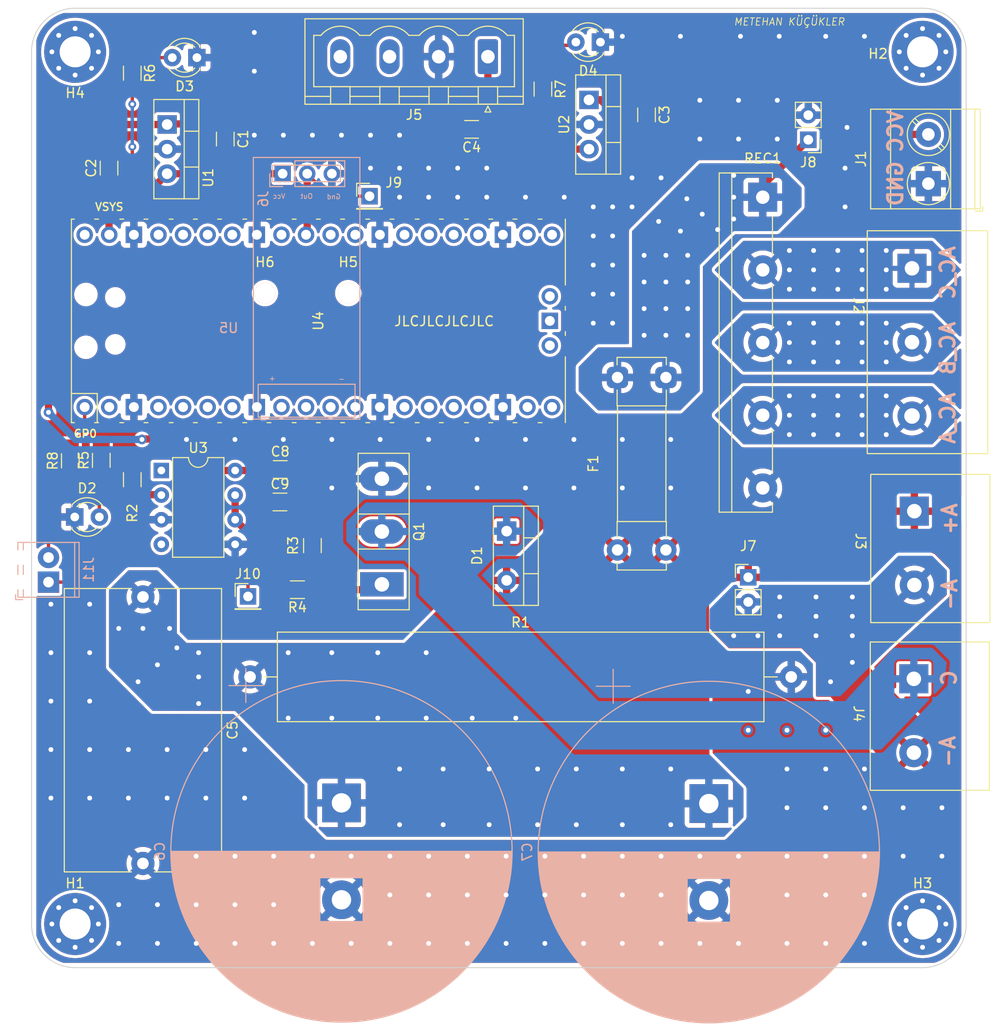
<source format=kicad_pcb>
(kicad_pcb (version 20211014) (generator pcbnew)
  (layers (0 "F.Cu" signal) (31 "B.Cu" signal) (34 "B.Paste" user) (35 "F.Paste" user) (36 "B.SilkS" user "B.Silkscreen") (37 "F.SilkS" user "F.Silkscreen") (38 "B.Mask" user) (39 "F.Mask" user) (44 "Edge.Cuts" user))
  (net 0 "")
  (net 1 "VCC")
  (net 2 "A+")
  (net 3 "REC_-")
  (net 4 "+12V")
  (net 5 "+5V")
  (net 6 "AC_c")
  (net 7 "AC_b")
  (net 8 "AC_a")
  (net 9 "A-")
  (net 10 "CSENSE")
  (net 11 "GATE")
  (net 12 "PWM")
  (net 15 "C")
  (net 16 "REC_+")
  (net 19 "Net-(R2-Pad2)")
  (net 20 "Net-(R3-Pad1)")
  (net 53 "Net-(D2-Pad2)")
  (net 54 "Net-(D3-Pad2)")
  (net 55 "Net-(D4-Pad2)")
  (net 56 "GPIO_0")
  (footprint "LED_THT:LED_D3.0mm" (layer "F.Cu") (at 122.46 100)
    (fp_text reference "D2")
    (fp_text value "LED")
  )
  (footprint "MountingHole:MountingHole_3.2mm_M3_Pad_Via" (layer "F.Cu") (at 122.5 142)
    (fp_text reference "H1")
    (fp_text value "MountingHole")
  )
  (footprint "Resistor_SMD:R_1206_3216Metric_Pad1.30x1.75mm_HandSolder" (layer "F.Cu") (at 147 102.949999 -90)
    (fp_text reference "R3")
    (fp_text value "22R")
  )
  (footprint "Resistor_SMD:R_1206_3216Metric_Pad1.30x1.75mm_HandSolder" (layer "F.Cu") (at 128.4 54.2 -90)
    (fp_text reference "R6")
    (fp_text value "220R")
  )
  (footprint "Connector_PinHeader_2.54mm:PinHeader_1x02_P2.54mm_Vertical" (layer "F.Cu") (at 198.2 61.075 180)
    (fp_text reference "J8")
    (fp_text value "DEBUG_REC")
  )
  (footprint "Connector_PinHeader_2.54mm:PinHeader_1x02_P2.54mm_Vertical" (layer "F.Cu") (at 192 106.225)
    (fp_text reference "J7")
    (fp_text value "DEBUG_OUT")
  )
  (footprint "Resistor_SMD:R_1206_3216Metric_Pad1.30x1.75mm_HandSolder" (layer "F.Cu") (at 145.45 107.5 180)
    (fp_text reference "R4")
    (fp_text value "10kR")
  )
  (footprint "Resistor_SMD:R_1206_3216Metric_Pad1.30x1.75mm_HandSolder" (layer "F.Cu") (at 128.4 96.15 -90)
    (fp_text reference "R2")
    (fp_text value "220R")
  )
  (footprint "Capacitor_SMD:C_1206_3216Metric_Pad1.33x1.80mm_HandSolder" (layer "F.Cu") (at 138 61 -90)
    (fp_text reference "C1")
    (fp_text value "0.33uF")
  )
  (footprint "LED_THT:LED_D3.0mm" (layer "F.Cu") (at 135.075 52.6 180)
    (fp_text reference "D3")
    (fp_text value "LED")
  )
  (footprint "MountingHole:MountingHole_3.2mm_M3_Pad_Via" (layer "F.Cu") (at 210 142)
    (fp_text reference "H3")
    (fp_text value "MountingHole")
  )
  (footprint "Capacitor_THT:C_Rect_L29.0mm_W16.0mm_P27.50mm_MKT" (layer "F.Cu") (at 129.5 108.25 -90)
    (fp_text reference "C5")
    (fp_text value "10uF")
  )
  (footprint "CUSTOM_FOOTPRINTS:P7.62mm_ScrewTerminal_01x03" (layer "F.Cu") (at 208.91 74.34 -90)
    (fp_text reference "J2")
    (fp_text value "3PH_IN")
  )
  (footprint "Fuse:Fuseholder_Clip-5x20mm_Bel_FC-203-22_Lateral_P17.80x5.00mm_D1.17mm_Horizontal" (layer "F.Cu") (at 183.5 85.6 -90)
    (fp_text reference "F1")
    (fp_text value "Fuse")
  )
  (footprint "Package_TO_SOT_THT:TO-220-3_Vertical" (layer "F.Cu") (at 175.555 56.96 -90)
    (fp_text reference "U2")
    (fp_text value "LM7812_TO220")
  )
  (footprint "MountingHole:MountingHole_2.1mm" (layer "F.Cu") (at 142.1 76.9)
    (fp_text reference "H6")
    (fp_text value "MountingHole")
  )
  (footprint "Resistor_SMD:R_1206_3216Metric_Pad1.30x1.75mm_HandSolder" (layer "F.Cu") (at 125.2 94.15 90)
    (fp_text reference "R5")
    (fp_text value "100R")
  )
  (footprint "Resistor_SMD:R_1206_3216Metric_Pad1.30x1.75mm_HandSolder" (layer "F.Cu") (at 170.8 55.849999 -90)
    (fp_text reference "R7")
    (fp_text value "1kR")
  )
  (footprint "LED_THT:LED_D3.0mm" (layer "F.Cu") (at 176.74 51 180)
    (fp_text reference "D4")
    (fp_text value "LED")
  )
  (footprint "Connector_Phoenix_MSTB:PhoenixContact_MSTBVA_2,5_4-G-5,08_1x04_P5.08mm_Vertical" (layer "F.Cu") (at 165.12 52.5 180)
    (fp_text reference "J5")
    (fp_text value "FAN")
  )
  (footprint "CUSTOM_FOOTPRINTS:P7.62mm_ScrewTerminal_01x02" (layer "F.Cu") (at 209.15 99.4 -90)
    (fp_text reference "J3")
    (fp_text value "OUT")
  )
  (footprint "Capacitor_SMD:C_1206_3216Metric" (layer "F.Cu") (at 143.65 98.45)
    (fp_text reference "C9")
    (fp_text value "0.1uF")
  )
  (footprint "Resistor_THT:R_Axial_Power_L50.0mm_W9.0mm_P55.88mm" (layer "F.Cu") (at 140.56 116.5)
    (fp_text reference "R1")
    (fp_text value "6.8kR")
  )
  (footprint "CUSTOM_FOOTPRINTS:RPi_Pico_SMD_TH" (layer "F.Cu") (at 147.615001 79.765 90)
    (fp_text reference "U4")
    (fp_text value "Pico")
  )
  (footprint "Capacitor_SMD:C_1206_3216Metric_Pad1.33x1.80mm_HandSolder" (layer "F.Cu") (at 181.5 58.5 -90)
    (fp_text reference "C3")
    (fp_text value "0.33uF")
  )
  (footprint "Connector_PinHeader_2.54mm:PinHeader_1x01_P2.54mm_Vertical" (layer "F.Cu") (at 152.9 66.9)
    (fp_text reference "J9")
    (fp_text value "Conn_01x01")
  )
  (footprint "Capacitor_SMD:C_1206_3216Metric_Pad1.33x1.80mm_HandSolder" (layer "F.Cu") (at 163.4375 60 180)
    (fp_text reference "C4")
    (fp_text value "0.1uF")
  )
  (footprint "CUSTOM_FOOTPRINTS:P7.62mm_ScrewTerminal_01x02" (layer "F.Cu") (at 209.1 116.7 -90)
    (fp_text reference "J4")
    (fp_text value "CURRENT_MEASURE")
  )
  (footprint "Capacitor_SMD:C_1206_3216Metric" (layer "F.Cu") (at 143.675 95.1)
    (fp_text reference "C8")
    (fp_text value "0.01uF")
  )
  (footprint "Package_DIP:DIP-8_W7.62mm" (layer "F.Cu") (at 131.4 95.2)
    (fp_text reference "U3")
    (fp_text value "HCPL-3120")
  )
  (footprint "Package_TO_SOT_THT:TO-247-3_Vertical" (layer "F.Cu") (at 154.17 106.95 90)
    (fp_text reference "Q1")
    (fp_text value "IRG4PF50W")
  )
  (footprint "Package_TO_SOT_THT:TO-220-3_Vertical" (layer "F.Cu") (at 132 59.5 -90)
    (fp_text reference "U1")
    (fp_text value "LM7805_TO220")
  )
  (footprint "Package_TO_SOT_THT:TO-220-2_Vertical" (layer "F.Cu") (at 167.055 101.46 -90)
    (fp_text reference "D1")
    (fp_text value "DIODE")
  )
  (footprint "TerminalBlock_Phoenix:TerminalBlock_Phoenix_MKDS-3-2-5.08_1x02_P5.08mm_Horizontal" (layer "F.Cu") (at 210.6 65.6 90)
    (fp_text reference "J1")
    (fp_text value "DC_IN")
  )
  (footprint "Capacitor_SMD:C_1206_3216Metric_Pad1.33x1.80mm_HandSolder" (layer "F.Cu") (at 126 64 90)
    (fp_text reference "C2")
    (fp_text value "0.1uF")
  )
  (footprint "MountingHole:MountingHole_3.2mm_M3_Pad_Via" (layer "F.Cu") (at 122.5 52)
    (fp_text reference "H4")
    (fp_text value "MountingHole")
  )
  (footprint "MountingHole:MountingHole_3.2mm_M3_Pad_Via" (layer "F.Cu") (at 210 52)
    (fp_text reference "H2")
    (fp_text value "MountingHole")
  )
  (footprint "Diode_THT:Diode_Bridge_IXYS_GUFP" (layer "F.Cu") (at 193.5 67)
    (fp_text reference "REC1")
    (fp_text value "GUO40-12NO1")
  )
  (footprint "MountingHole:MountingHole_2.1mm" (layer "F.Cu") (at 150.7 76.9)
    (fp_text reference "H5")
    (fp_text value "MountingHole")
  )
  (footprint "Connector_PinHeader_2.54mm:PinHeader_1x01_P2.54mm_Vertical" (layer "F.Cu") (at 140.35 108.2)
    (fp_text reference "J10")
    (fp_text value "Conn_01x01")
  )
  (footprint "Resistor_SMD:R_1206_3216Metric_Pad1.30x1.75mm_HandSolder" (layer "F.Cu") (at 122 94.2 90)
    (fp_text reference "R8")
    (fp_text value "10kR")
  )
  (footprint "Connector_PinSocket_2.54mm:PinSocket_1x03_P2.54mm_Vertical" (layer "B.Cu") (at 143.925 64.575 -90)
    (fp_text reference "J6")
    (fp_text value "CURRENT_SENSOR")
  )
  (footprint "TerminalBlock_Phoenix:TerminalBlock_Phoenix_MPT-0,5-2-2.54_1x02_P2.54mm_Horizontal" (layer "B.Cu") (at 119.75 106.720001 90)
    (fp_text reference "J11")
    (fp_text value "SWITCH")
  )
  (footprint "CUSTOM_FOOTPRINTS:CP_Radial_D35.0mm_H50.0mm_P10.00mm_SnapIn" (layer "B.Cu") (at 150 129.5 -90)
    (fp_text reference "C6")
    (fp_text value "470uF")
  )
  (footprint "CUSTOM_FOOTPRINTS:CP_Radial_D35.0mm_H50.0mm_P10.00mm_SnapIn" (layer "B.Cu") (at 187.930499 129.569501 -90)
    (fp_text reference "C7")
    (fp_text value "470uF")
  )
  (footprint "CUSTOM_FOOTPRINTS:Current_sensor" (layer "B.Cu") (at 144.6 81 180)
    (fp_text reference "U5")
    (fp_text value "ACS712_Board")
  )
  (gr_line (start 122.5 146.5) (end 210 146.5) (layer "Edge.Cuts") (width 0.1))
  (gr_line (start 118 52) (end 118 142) (layer "Edge.Cuts") (width 0.1))
  (gr_arc (start 210 47.5) (mid 213.181981 48.818019) (end 214.5 52) (layer "Edge.Cuts") (width 0.1))
  (gr_line (start 214.5 142) (end 214.5 52) (layer "Edge.Cuts") (width 0.1))
  (gr_arc (start 214.5 142) (mid 213.181981 145.181981) (end 210 146.5) (layer "Edge.Cuts") (width 0.1))
  (gr_arc (start 118 52) (mid 119.318019 48.818019) (end 122.5 47.5) (layer "Edge.Cuts") (width 0.1))
  (gr_line (start 122.5 47.5) (end 210 47.5) (layer "Edge.Cuts") (width 0.1))
  (gr_arc (start 122.5 146.5) (mid 119.318019 145.181981) (end 118 142) (layer "Edge.Cuts") (width 0.1))
  (gr_text "A-" (at 212.6 124.2 90) (layer "B.SilkS") (effects (font (size 1.5 1.5) (thickness 0.3)) (justify mirror)))
  (gr_text "A-" (at 212.8 108 90) (layer "B.SilkS") (effects (font (size 1.5 1.5) (thickness 0.3)) (justify mirror)))
  (gr_text "AC_B" (at 212.6 82.6 90) (layer "B.SilkS") (effects (font (size 1.5 1.5) (thickness 0.3)) (justify mirror)))
  (gr_text "A+" (at 212.8 100.2 90) (layer "B.SilkS") (effects (font (size 1.5 1.5) (thickness 0.3)) (justify mirror)))
  (gr_text "AC_C" (at 212.6 74.8 90) (layer "B.SilkS") (effects (font (size 1.5 1.5) (thickness 0.3)) (justify mirror)))
  (gr_text "AC_A" (at 212.6 89.8 90) (layer "B.SilkS") (effects (font (size 1.5 1.5) (thickness 0.3)) (justify mirror)))
  (gr_text "GND" (at 207.2 65.6 90) (layer "B.SilkS") (effects (font (size 1.5 1.5) (thickness 0.3)) (justify mirror)))
  (gr_text "VCC" (at 207.2 60.199999 90) (layer "B.SilkS") (effects (font (size 1.5 1.5) (thickness 0.3)) (justify mirror)))
  (gr_text "C" (at 212.6 116.6 270) (layer "B.SilkS") (effects (font (size 1.5 1.5) (thickness 0.3))))
  (gr_text "METEHAN KÜÇÜKLER" (at 196.25 48.9) (layer "F.SilkS") (effects (font (size 0.75 0.75) (thickness 0.09) italic)))
  (gr_text "JLCJLCJLCJLC" (at 160.6 79.8) (layer "F.SilkS") (effects (font (size 1 1))))
  (segment (start 157.75 58.65) (end 157.75 58.55) (width 0.75) (layer "F.Cu") (net 1))
  (segment (start 139.02 95.2) (end 135.603352 95.2) (width 0.75) (layer "F.Cu") (net 1))
  (segment (start 142.2 95.1) (end 142.2 98.425) (width 0.75) (layer "F.Cu") (net 1))
  (segment (start 175.555 56.96) (end 176.76 56.96) (width 0.75) (layer "F.Cu") (net 1))
  (segment (start 176.76 56.96) (end 178.45 58.65) (width 0.75) (layer "F.Cu") (net 1))
  (segment (start 175.555 56.96) (end 181.4775 56.96) (width 0.75) (layer "F.Cu") (net 1))
  (segment (start 178.45 63.7) (end 177.35 64.8) (width 0.75) (layer "F.Cu") (net 1))
  (segment (start 183.0625 56.9375) (end 181.5 56.9375) (width 0.75) (layer "F.Cu") (net 1))
  (segment (start 142.2 98.425) (end 142.175 98.45) (width 0.75) (layer "F.Cu") (net 1))
  (segment (start 157.75 58.55) (end 138.8875 58.55) (width 0.75) (layer "F.Cu") (net 1))
  (segment (start 208.52 60.52) (end 200.6 52.6) (width 0.75) (layer "F.Cu") (net 1))
  (segment (start 119.75 62.6) (end 122.85 59.5) (width 0.75) (layer "F.Cu") (net 1))
  (segment (start 138.8875 58.55) (end 138 59.4375) (width 0.75) (layer "F.Cu") (net 1))
  (segment (start 178.45 58.65) (end 178.45 63.7) (width 0.75) (layer "F.Cu") (net 1))
  (segment (start 132.05 91.95) (end 129.45 91.95) (width 0.75) (layer "F.Cu") (net 1))
  (segment (start 122.85 59.5) (end 132 59.5) (width 0.75) (layer "F.Cu") (net 1))
  (segment (start 177.35 64.8) (end 169.8 64.8) (width 0.75) (layer "F.Cu") (net 1))
  (segment (start 181.4775 56.96) (end 181.5 56.9375) (width 0.75) (layer "F.Cu") (net 1))
  (segment (start 138 59.4375) (end 132.0625 59.4375) (width 0.75) (layer "F.Cu") (net 1))
  (segment (start 161.25 62.15) (end 157.75 58.65) (width 0.75) (layer "F.Cu") (net 1))
  (segment (start 167.15 62.15) (end 161.25 62.15) (width 0.75) (layer "F.Cu") (net 1))
  (segment (start 129.45 91.95) (end 129.4 92) (width 0.75) (layer "F.Cu") (net 1))
  (segment (start 169.8 64.8) (end 167.15 62.15) (width 0.75) (layer "F.Cu") (net 1))
  (segment (start 200.6 52.6) (end 187.4 52.6) (width 0.75) (layer "F.Cu") (net 1))
  (segment (start 139.02 95.2) (end 142.1 95.2) (width 0.75) (layer "F.Cu") (net 1))
  (segment (start 132.0625 59.4375) (end 132 59.5) (width 0.75) (layer "F.Cu") (net 1))
  (segment (start 187.4 52.6) (end 183.0625 56.9375) (width 0.75) (layer "F.Cu") (net 1))
  (segment (start 135.603352 95.2) (end 132.353352 91.95) (width 0.75) (layer "F.Cu") (net 1))
  (segment (start 132.353352 91.95) (end 132.05 91.95) (width 0.75) (layer "F.Cu") (net 1))
  (segment (start 210.6 60.52) (end 208.52 60.52) (width 0.75) (layer "F.Cu") (net 1))
  (segment (start 119.75 89.2) (end 119.75 62.6) (width 0.75) (layer "F.Cu") (net 1))
  (segment (start 142.1 95.2) (end 142.2 95.1) (width 0.75) (layer "F.Cu") (net 1))
  (via (at 119.75 89.2) (size 1) (drill 0.5) (layers "F.Cu" "B.Cu") (net 1))
  (via (at 129.4 92) (size 1) (drill 0.5) (layers "F.Cu" "B.Cu") (net 1))
  (segment (start 122.55 92) (end 119.75 89.2) (width 0.75) (layer "B.Cu") (net 1))
  (segment (start 129.4 92) (end 122.55 92) (width 0.75) (layer "B.Cu") (net 1))
  (via (at 158.75 120.75) (size 1) (drill 0.5) (layers "F.Cu" "B.Cu") (net 2))
  (via (at 144.5 114) (size 1) (drill 0.5) (layers "F.Cu" "B.Cu") (net 2))
  (via (at 170.25 131.75) (size 1) (drill 0.5) (layers "F.Cu" "B.Cu") (net 2))
  (via (at 179 131.75) (size 1) (drill 0.5) (layers "F.Cu" "B.Cu") (net 2))
  (via (at 163.5 120.75) (size 1) (drill 0.5) (layers "F.Cu" "B.Cu") (net 2))
  (via (at 174.25 126) (size 1) (drill 0.5) (layers "F.Cu" "B.Cu") (net 2))
  (via (at 184 131.75) (size 1) (drill 0.5) (layers "F.Cu" "B.Cu") (net 2))
  (via (at 165.25 131.75) (size 1) (drill 0.5) (layers "F.Cu" "B.Cu") (net 2))
  (via (at 184 126) (size 1) (drill 0.5) (layers "F.Cu" "B.Cu") (net 2))
  (via (at 131 115.25) (size 1) (drill 0.5) (layers "F.Cu" "B.Cu") (net 2))
  (via (at 153.75 120.75) (size 1) (drill 0.5) (layers "F.Cu" "B.Cu") (net 2))
  (via (at 133 113.5) (size 1) (drill 0.5) (layers "F.Cu" "B.Cu") (net 2))
  (via (at 156 126) (size 1) (drill 0.5) (layers "F.Cu" "B.Cu") (net 2))
  (via (at 174.25 131.75) (size 1) (drill 0.5) (layers "F.Cu" "B.Cu") (net 2))
  (via (at 179 126) (size 1) (drill 0.5) (layers "F.Cu" "B.Cu") (net 2))
  (via (at 170.25 126) (size 1) (drill 0.5) (layers "F.Cu" "B.Cu") (net 2))
  (via (at 168 120.75) (size 1) (drill 0.5) (layers "F.Cu" "B.Cu") (net 2))
  (via (at 127 111.5) (size 1) (drill 0.5) (layers "F.Cu" "B.Cu") (net 2))
  (via (at 160.5 131.75) (size 1) (drill 0.5) (layers "F.Cu" "B.Cu") (net 2))
  (via (at 149 114) (size 1) (drill 0.5) (layers "F.Cu" "B.Cu") (net 2))
  (via (at 135.25 114) (size 1) (drill 0.5) (layers "F.Cu" "B.Cu") (net 2))
  (via (at 160.5 126) (size 1) (drill 0.5) (layers "F.Cu" "B.Cu") (net 2))
  (via (at 149 120.75) (size 1) (drill 0.5) (layers "F.Cu" "B.Cu") (net 2))
  (via (at 153.75 114) (size 1) (drill 0.5) (layers "F.Cu" "B.Cu") (net 2))
  (via (at 156 131.75) (size 1) (drill 0.5) (layers "F.Cu" "B.Cu") (net 2))
  (via (at 129 117) (size 1) (drill 0.5) (layers "F.Cu" "B.Cu") (net 2))
  (via (at 132.25 111.5) (size 1) (drill 0.5) (layers "F.Cu" "B.Cu") (net 2))
  (via (at 165.25 126) (size 1) (drill 0.5) (layers "F.Cu" "B.Cu") (net 2))
  (via (at 129.5 111.5) (size 1) (drill 0.5) (layers "F.Cu" "B.Cu") (net 2))
  (via (at 158.75 114) (size 1) (drill 0.5) (layers "F.Cu" "B.Cu") (net 2))
  (via (at 144.5 120.75) (size 1) (drill 0.5) (layers "F.Cu" "B.Cu") (net 2))
  (via (at 135.25 119.25) (size 1) (drill 0.5) (layers "F.Cu" "B.Cu") (net 2))
  (via (at 135.25 116.5) (size 1) (drill 0.5) (layers "F.Cu" "B.Cu") (net 2))
  (via (at 167 135) (size 1) (drill 0.5) (layers "F.Cu" "B.Cu") (net 3))
  (via (at 151 135) (size 1) (drill 0.5) (layers "F.Cu" "B.Cu") (net 3))
  (via (at 178 80) (size 1) (drill 0.5) (layers "F.Cu" "B.Cu") (net 3))
  (via (at 156 60.6) (size 1) (drill 0.5) (layers "F.Cu" "B.Cu") (net 3))
  (via (at 178 77) (size 1) (drill 0.5) (layers "F.Cu" "B.Cu") (net 3))
  (via (at 169 97) (size 1) (drill 0.5) (layers "F.Cu" "B.Cu") (net 3))
  (via (at 200 50.4) (size 1) (drill 0.5) (layers "F.Cu" "B.Cu") (net 3))
  (via (at 204 139) (size 1) (drill 0.5) (layers "F.Cu" "B.Cu") (net 3))
  (via (at 180 65) (size 1) (drill 0.5) (layers "F.Cu" "B.Cu") (net 3))
  (via (at 179 135) (size 1) (drill 0.5) (layers "F.Cu" "B.Cu") (net 3))
  (via (at 187 61) (size 1) (drill 0.5) (layers "F.Cu" "B.Cu") (net 3))
  (via (at 127 140) (size 1) (drill 0.5) (layers "F.Cu" "B.Cu") (net 3))
  (via (at 171 139) (size 1) (drill 0.5) (layers "F.Cu" "B.Cu") (net 3))
  (via (at 131 144) (size 1) (drill 0.5) (layers "F.Cu" "B.Cu") (net 3))
  (via (at 144 92) (size 1) (drill 0.5) (layers "F.Cu" "B.Cu") (net 3))
  (via (at 174 92) (size 1) (drill 0.5) (layers "F.Cu" "B.Cu") (net 3))
  (via (at 144 60.6) (size 1) (drill 0.5) (layers "F.Cu" "B.Cu") (net 3))
  (via (at 204 135) (size 1) (drill 0.5) (layers "F.Cu" "B.Cu") (net 3))
  (via (at 151 144) (size 1) (drill 0.5) (layers "F.Cu" "B.Cu") (net 3))
  (via (at 191.2 50.4) (size 1) (drill 0.5) (layers "F.Cu" "B.Cu") (net 3))
  (via (at 149 92) (size 1) (drill 0.5) (layers "F.Cu" "B.Cu") (net 3))
  (via (at 120 109) (size 1) (drill 0.5) (layers "F.Cu" "B.Cu") (net 3))
  (via (at 159 64) (size 1) (drill 0.5) (layers "F.Cu" "B.Cu") (net 3))
  (via (at 139 140) (size 1) (drill 0.5) (layers "F.Cu" "B.Cu") (net 3))
  (via (at 159 135) (size 1) (drill 0.5) (layers "F.Cu" "B.Cu") (net 3))
  (via (at 191 135) (size 1) (drill 0.5) (layers "F.Cu" "B.Cu") (net 3))
  (via (at 184 92) (size 1) (drill 0.5) (layers "F.Cu" "B.Cu") (net 3))
  (via (at 171 135) (size 1) (drill 0.5) (layers "F.Cu" "B.Cu") (net 3))
  (via (at 178 68) (size 1) (drill 0.5) (layers "F.Cu" "B.Cu") (net 3))
  (via (at 162 67) (size 1) (drill 0.5) (layers "F.Cu" "B.Cu") (net 3))
  (via (at 141 54) (size 1) (drill 0.5) (layers "F.Cu" "B.Cu") (net 3))
  (via (at 187 144) (size 1) (drill 0.5) (layers "F.Cu" "B.Cu") (net 3))
  (via (at 167 144) (size 1) (drill 0.5) (layers "F.Cu" "B.Cu") (net 3))
  (via (at 196 135) (size 1) (drill 0.5) (layers "F.Cu" "B.Cu") (net 3))
  (via (at 212 135) (size 1) (drill 0.5) (layers "F.Cu" "B.Cu") (net 3))
  (via (at 128 129) (size 1) (drill 0.5) (layers "F.Cu" "B.Cu") (net 3))
  (via (at 179 50.4) (size 1) (drill 0.5) (layers "F.Cu" "B.Cu") (net 3))
  (via (at 135 140) (size 1) (drill 0.5) (layers "F.Cu" "B.Cu") (net 3))
  (via (at 164 97) (size 1) (drill 0.5) (layers "F.Cu" "B.Cu") (net 3))
  (via (at 204 130) (size 1) (drill 0.5) (layers "F.Cu" "B.Cu") (net 3))
  (via (at 178 74) (size 1) (drill 0.5) (layers "F.Cu" "B.Cu") (net 3))
  (via (at 147 60.6) (size 1) (drill 0.5) (layers "F.Cu" "B.Cu") (net 3))
  (via (at 124 124) (size 1) (drill 0.5) (layers "F.Cu" "B.Cu") (net 3))
  (via (at 128 124) (size 1) (drill 0.5) (layers "F.Cu" "B.Cu") (net 3))
  (via (at 196 130) (size 1) (drill 0.5) (layers "F.Cu" "B.Cu") (net 3))
  (via (at 202.2 59.8) (size 1) (drill 0.5) (layers "F.Cu" "B.Cu") (net 3))
  (via (at 200 144) (size 1) (drill 0.5) (layers "F.Cu" "B.Cu") (net 3))
  (via (at 176 71) (size 1) (drill 0.5) (layers "F.Cu" "B.Cu") (net 3))
  (via (at 202 68) (size 1) (drill 0.5) (layers "F.Cu" "B.Cu") (net 3))
  (via (at 124 129) (size 1) (drill 0.5) (layers "F.Cu" "B.Cu") (net 3))
  (via (at 165 64) (size 1) (drill 0.5) (layers "F.Cu" "B.Cu") (net 3))
  (via (at 132 129) (size 1) (drill 0.5) (layers "F.Cu" "B.Cu") (net 3))
  (via (at 192 118) (size 1) (drill 0.5) (layers "F.Cu" "B.Cu") (net 3))
  (via (at 120 114) (size 1) (drill 0.5) (layers "F.Cu" "B.Cu") (net 3))
  (via (at 195 61) (size 1) (drill 0.5) (layers "F.Cu" "B.Cu") (net 3))
  (via (at 195 57) (size 1) (drill 0.5) (layers "F.Cu" "B.Cu") (net 3))
  (via (at 155 144) (size 1) (drill 0.5) (layers "F.Cu" "B.Cu") (net 3))
  (via (at 176 77) (size 1) (drill 0.5) (layers "F.Cu" "B.Cu") (net 3))
  (via (at 162 64) (size 1) (drill 0.5) (layers "F.Cu" "B.Cu") (net 3))
  (via (at 183 139) (size 1) (drill 0.5) (layers "F.Cu" "B.Cu") (net 3))
  (via (at 176 74) (size 1) (drill 0.5) (layers "F.Cu" "B.Cu") (net 3))
  (via (at 200 135) (size 1) (drill 0.5) (layers "F.Cu" "B.Cu") (net 3))
  (via (at 196 139) (size 1) (drill 0.5) (layers "F.Cu" "B.Cu") (net 3))
  (via (at 154 92) (size 1) (drill 0.5) (layers "F.Cu" "B.Cu") (net 3))
  (via (at 163 144) (size 1) (drill 0.5) (layers "F.Cu" "B.Cu") (net 3))
  (via (at 159 97) (size 1) (drill 0.5) (layers "F.Cu" "B.Cu") (net 3))
  (via (at 178 71) (size 1) (drill 0.5) (layers "F.Cu" "B.Cu") (net 3))
  (via (at 196 126) (size 1) (drill 0.5) (layers "F.Cu" "B.Cu") (net 3))
  (via (at 135 135) (size 1) (drill 0.5) (layers "F.Cu" "B.Cu") (net 3))
  (via (at 164 92) (size 1) (drill 0.5) (layers "F.Cu" "B.Cu") (net 3))
  (via (at 192 122) (size 1) (drill 0.5) (layers "F.Cu" "B.Cu") (net 3))
  (via (at 179 139) (size 1) (drill 0.5) (layers "F.Cu" "B.Cu") (net 3))
  (via (at 179 97) (size 1) (drill 0.5) (layers "F.Cu" "B.Cu") (net 3))
  (via (at 134 92) (size 1) (drill 0.5) (layers "F.Cu" "B.Cu") (net 3))
  (via (at 159 144) (size 1) (drill 0.5) (layers "F.Cu" "B.Cu") (net 3))
  (via (at 150 60.6) (size 1) (drill 0.5) (layers "F.Cu" "B.Cu") (net 3))
  (via (at 200 139) (size 1) (drill 0.5) (layers "F.Cu" "B.Cu") (net 3))
  (via (at 200 130) (size 1) (drill 0.5) (layers "F.Cu" "B.Cu") (net 3))
  (via (at 155 139) (size 1) (drill 0.5) (layers "F.Cu" "B.Cu") (net 3))
  (via (at 176 68) (size 1) (drill 0.5) (layers "F.Cu" "B.Cu") (net 3))
  (via (at 175 144) (size 1) (drill 0.5) (layers "F.Cu" "B.Cu") (net 3))
  (via (at 147 144) (size 1) (drill 0.5) (layers "F.Cu" "B.Cu") (net 3))
  (via (at 202 64) (size 1) (drill 0.5) (layers "F.Cu" "B.Cu") (net 3))
  (via (at 204 126) (size 1) (drill 0.5) (layers "F.Cu" "B.Cu") (net 3))
  (via (at 171 144) (size 1) (drill 0.5) (layers "F.Cu" "B.Cu") (net 3))
  (via (at 156 64) (size 1) (drill 0.5) (layers "F.Cu" "B.Cu") (net 3))
  (via (at 169 67) (size 1) (drill 0.5) (layers "F.Cu" "B.Cu") (net 3))
  (via (at 183 144) (size 1) (drill 0.5) (layers "F.Cu" "B.Cu") (net 3))
  (via (at 141 50) (size 1) (drill 0.5) (layers "F.Cu" "B.Cu") (net 3))
  (via (at 159 92) (size 1) (drill 0.5) (layers "F.Cu" "B.Cu") (net 3))
  (via (at 176 80) (size 1) (drill 0.5) (layers "F.Cu" "B.Cu") (net 3))
  (via (at 159 67) (size 1) (drill 0.5) (layers "F.Cu" "B.Cu") (net 3))
  (via (at 163 139) (size 1) (drill 0.5) (layers "F.Cu" "B.Cu") (net 3))
  (via (at 139 92) (size 1) (drill 0.5) (layers "F.Cu" "B.Cu") (net 3))
  (via (at 163 135) (size 1) (drill 0.5) (layers "F.Cu" "B.Cu") (net 3))
  (via (at 195.2 50.4) (size 1) (drill 0.5) (layers "F.Cu" "B.Cu") (net 3))
  (via (at 153 64) (size 1) (drill 0.5) (layers "F.Cu" "B.Cu") (net 3))
  (via (at 120 129) (size 1) (drill 0.5) (layers "F.Cu" "B.Cu") (net 3))
  (via (at 204 50.4) (size 1) (drill 0.5) (layers "F.Cu" "B.Cu") (net 3))
  (via (at 180 68) (size 1) (drill 0.5) (layers "F.Cu" "B.Cu") (net 3))
  (via (at 127 144) (size 1) (drill 0.5) (layers "F.Cu" "B.Cu") (net 3))
  (via (at 147 135) (size 1) (drill 0.5) (layers "F.Cu" "B.Cu") (net 3))
  (via (at 165 67) (size 1) (drill 0.5) (layers "F.Cu" "B.Cu") (net 3))
  (via (at 139 135) (size 1) (drill 0.5) (layers "F.Cu" "B.Cu") (net 3))
  (via (at 135 144) (size 1) (drill 0.5) (layers "F.Cu" "B.Cu") (net 3))
  (via (at 169 92) (size 1) (drill 0.5) (layers "F.Cu" "B.Cu") (net 3))
  (via (at 143 135) (size 1) (drill 0.5) (layers "F.Cu" "B.Cu") (net 3))
  (via (at 187 57) (size 1) (drill 0.5) (layers "F.Cu" "B.Cu") (net 3))
  (via (at 179 144) (size 1) (drill 0.5) (layers "F.Cu" "B.Cu") (net 3))
  (via (at 191 57) (size 1) (drill 0.5) (layers "F.Cu" "B.Cu") (net 3))
  (via (at 124 114) (size 1) (drill 0.5) (layers "F.Cu" "B.Cu") (net 3))
  (via (at 185 50.4) (size 1) (drill 0.5) (layers "F.Cu" "B.Cu") (net 3))
  (via (at 141 60.6) (size 1) (drill 0.5) (layers "F.Cu" "B.Cu") (net 3))
  (via (at 200 122) (size 1) (drill 0.5) (layers "F.Cu" "B.Cu") (net 3))
  (via (at 196 122) (size 1) (drill 0.5) (layers "F.Cu" "B.Cu") (net 3))
  (via (at 131 140) (size 1) (drill 0.5) (layers "F.Cu" "B.Cu") (net 3))
  (via (at 208 135) (size 1) (drill 0.5) (layers "F.Cu" "B.Cu") (net 3))
  (via (at 173 67) (size 1) (drill 0.5) (layers "F.Cu" "B.Cu") (net 3))
  (via (at 140 129) (size 1) (drill 0.5) (layers "F.Cu" "B.Cu") (net 3))
  (via (at 184 97) (size 1) (drill 0.5) (layers "F.Cu" "B.Cu") (net 3))
  (via (at 208 130) (size 1) (drill 0.5) (layers "F.Cu" "B.Cu") (net 3))
  (via (at 183 65) (size 1) (drill 0.5) (layers "F.Cu" "B.Cu") (net 3))
  (via (at 120 119) (size 1) (drill 0.5) (layers "F.Cu" "B.Cu") (net 3))
  (via (at 120 124) (size 1) (drill 0.5) (layers "F.Cu" "B.Cu") (net 3))
  (via (at 156 67) (size 1) (drill 0.5) (layers "F.Cu" "B.Cu") (net 3))
  (via (at 136 124) (size 1) (drill 0.5) (layers "F.Cu" "B.Cu") (net 3))
  (via (at 149 97) (size 1) (drill 0.5) (layers "F.Cu" "B.Cu") (net 3))
  (via (at 204 144) (size 1) (drill 0.5) (layers "F.Cu" "B.Cu") (net 3))
  (via (at 136 129) (size 1) (drill 0.5) (layers "F.Cu" "B.Cu") (net 3))
  (via (at 175 135) (size 1) (drill 0.5) (layers "F.Cu" "B.Cu") (net 3))
  (via (at 196 144) (size 1) (drill 0.5) (layers "F.Cu" "B.Cu") (net 3))
  (via (at 174 97) (size 1) (drill 0.5) (layers "F.Cu" "B.Cu") (net 3))
  (via (at 143 144) (size 1) (drill 0.5) (layers "F.Cu" "B.Cu") (net 3))
  (via (at 139 144) (size 1) (drill 0.5) (layers "F.Cu" "B.Cu") (net 3))
  (via (at 124 119) (size 1) (drill 0.5) (layers "F.Cu" "B.Cu") (net 3))
  (via (at 183 135) (size 1) (drill 0.5) (layers "F.Cu" "B.Cu") (net 3))
  (via (at 159 139) (size 1) (drill 0.5) (layers "F.Cu" "B.Cu") (net 3))
  (via (at 155 135) (size 1) (drill 0.5) (layers "F.Cu" "B.Cu") (net 3))
  (via (at 212 130) (size 1) (drill 0.5) (layers "F.Cu" "B.Cu") (net 3))
  (via (at 153 60.6) (size 1) (drill 0.5) (layers "F.Cu" "B.Cu") (net 3))
  (via (at 191 144) (size 1) (drill 0.5) (layers "F.Cu" "B.Cu") (net 3))
  (via (at 191 61) (size 1) (drill 0.5) (layers "F.Cu" "B.Cu") (net 3))
  (via (at 132 124) (size 1) (drill 0.5) (layers "F.Cu" "B.Cu") (net 3))
  (via (at 143 140) (size 1) (drill 0.5) (layers "F.Cu" "B.Cu") (net 3))
  (via (at 124 109) (size 1) (drill 0.5) (layers "F.Cu" "B.Cu") (net 3))
  (via (at 175 139) (size 1) (drill 0.5) (layers "F.Cu" "B.Cu") (net 3))
  (via (at 187 135) (size 1) (drill 0.5) (layers "F.Cu" "B.Cu") (net 3))
  (via (at 167 139) (size 1) (drill 0.5) (layers "F.Cu" "B.Cu") (net 3))
  (via (at 140 124) (size 1) (drill 0.5) (layers "F.Cu" "B.Cu") (net 3))
  (via (at 200 126) (size 1) (drill 0.5) (layers "F.Cu" "B.Cu") (net 3))
  (via (at 179 92) (size 1) (drill 0.5) (layers "F.Cu" "B.Cu") (net 3))
  (segment (start 165 60) (end 165.12 59.88) (width 0.75) (layer "F.Cu") (net 4))
  (segment (start 170.35 59.75) (end 165.25 59.75) (width 0.75) (layer "F.Cu") (net 4))
  (segment (start 172.64 62.04) (end 170.35 59.75) (width 0.75) (layer "F.Cu") (net 4))
  (segment (start 165.25 59.75) (end 165 60) (width 0.75) (layer "F.Cu") (net 4))
  (segment (start 170.35 57.849999) (end 170.35 59.75) (width 0.35) (layer "F.Cu") (net 4))
  (segment (start 170.8 57.399999) (end 170.35 57.849999) (width 0.35) (layer "F.Cu") (net 4))
  (segment (start 165.12 59.88) (end 165.12 52.5) (width 0.75) (layer "F.Cu") (net 4))
  (segment (start 175.555 62.04) (end 172.64 62.04) (width 0.75) (layer "F.Cu") (net 4))
  (segment (start 128.4 61.8) (end 128.4 65.525) (width 0.35) (layer "F.Cu") (net 5))
  (segment (start 126 65.5625) (end 128.4375 65.5625) (width 0.75) (layer "F.Cu") (net 5))
  (segment (start 128.4 55.75) (end 128.4 57.4) (width 0.35) (layer "F.Cu") (net 5))
  (segment (start 140.185 64.575) (end 143.925 64.575) (width 0.75) (layer "F.Cu") (net 5))
  (segment (start 131.0175 65.5625) (end 132 64.58) (width 0.75) (layer "F.Cu") (net 5))
  (segment (start 126 65.5625) (end 126 70.849999) (width 0.75) (layer "F.Cu") (net 5))
  (segment (start 128.4375 65.5625) (end 131.0175 65.5625) (width 0.75) (layer "F.Cu") (net 5))
  (segment (start 128.4 65.525) (end 128.4375 65.5625) (width 0.35) (layer "F.Cu") (net 5))
  (segment (start 132 64.58) (end 140.18 64.58) (width 0.75) (layer "F.Cu") (net 5))
  (segment (start 140.18 64.58) (end 140.185 64.575) (width 0.75) (layer "F.Cu") (net 5))
  (segment (start 126 70.849999) (end 126.025001 70.875) (width 0.75) (layer "F.Cu") (net 5))
  (via (at 128.4 61.8) (size 0.8) (drill 0.4) (layers "F.Cu" "B.Cu") (net 5))
  (via (at 128.4 57.4) (size 0.8) (drill 0.4) (layers "F.Cu" "B.Cu") (net 5))
  (segment (start 128.4 57.4) (end 128.4 61.8) (width 0.35) (layer "B.Cu") (net 5))
  (via (at 203.75 74.5) (size 1) (drill 0.5) (layers "F.Cu" "B.Cu") (net 6))
  (via (at 206.25 76.5) (size 1) (drill 0.5) (layers "F.Cu" "B.Cu") (net 6))
  (via (at 203.75 76.5) (size 1) (drill 0.5) (layers "F.Cu" "B.Cu") (net 6))
  (via (at 196.25 74.5) (size 1) (drill 0.5) (layers "F.Cu" "B.Cu") (net 6))
  (via (at 203.75 72.5) (size 1) (drill 0.5) (layers "F.Cu" "B.Cu") (net 6))
  (via (at 198.75 76.5) (size 1) (drill 0.5) (layers "F.Cu" "B.Cu") (net 6))
  (via (at 196.25 76.5) (size 1) (drill 0.5) (layers "F.Cu" "B.Cu") (net 6))
  (via (at 198.75 74.5) (size 1) (drill 0.5) (layers "F.Cu" "B.Cu") (net 6))
  (via (at 206.25 72.5) (size 1) (drill 0.5) (layers "F.Cu" "B.Cu") (net 6))
  (via (at 206.25 74.5) (size 1) (drill 0.5) (layers "F.Cu" "B.Cu") (net 6))
  (via (at 201.25 72.5) (size 1) (drill 0.5) (layers "F.Cu" "B.Cu") (net 6))
  (via (at 201.25 76.5) (size 1) (drill 0.5) (layers "F.Cu" "B.Cu") (net 6))
  (via (at 196.25 72.5) (size 1) (drill 0.5) (layers "F.Cu" "B.Cu") (net 6))
  (via (at 198.75 72.5) (size 1) (drill 0.5) (layers "F.Cu" "B.Cu") (net 6))
  (via (at 201.25 74.5) (size 1) (drill 0.5) (layers "F.Cu" "B.Cu") (net 6))
  (via (at 206.25 84) (size 1) (drill 0.5) (layers "F.Cu" "B.Cu") (net 7))
  (via (at 201.25 82) (size 1) (drill 0.5) (layers "F.Cu" "B.Cu") (net 7))
  (via (at 203.75 80) (size 1) (drill 0.5) (layers "F.Cu" "B.Cu") (net 7))
  (via (at 196.25 82) (size 1) (drill 0.5) (layers "F.Cu" "B.Cu") (net 7))
  (via (at 198.75 82) (size 1) (drill 0.5) (layers "F.Cu" "B.Cu") (net 7))
  (via (at 196.25 80) (size 1) (drill 0.5) (layers "F.Cu" "B.Cu") (net 7))
  (via (at 198.75 84) (size 1) (drill 0.5) (layers "F.Cu" "B.Cu") (net 7))
  (via (at 206.25 82) (size 1) (drill 0.5) (layers "F.Cu" "B.Cu") (net 7))
  (via (at 206.25 80) (size 1) (drill 0.5) (layers "F.Cu" "B.Cu") (net 7))
  (via (at 201.25 84) (size 1) (drill 0.5) (layers "F.Cu" "B.Cu") (net 7))
  (via (at 196.25 84) (size 1) (drill 0.5) (layers "F.Cu" "B.Cu") (net 7))
  (via (at 203.75 82) (size 1) (drill 0.5) (layers "F.Cu" "B.Cu") (net 7))
  (via (at 201.25 80) (size 1) (drill 0.5) (layers "F.Cu" "B.Cu") (net 7))
  (via (at 203.75 84) (size 1) (drill 0.5) (layers "F.Cu" "B.Cu") (net 7))
  (via (at 198.75 80) (size 1) (drill 0.5) (layers "F.Cu" "B.Cu") (net 7))
  (via (at 206.25 89.5) (size 1) (drill 0.5) (layers "F.Cu" "B.Cu") (net 8))
  (via (at 201.25 91.5) (size 1) (drill 0.5) (layers "F.Cu" "B.Cu") (net 8))
  (via (at 203.75 87.5) (size 1) (drill 0.5) (layers "F.Cu" "B.Cu") (net 8))
  (via (at 196.25 91.5) (size 1) (drill 0.5) (layers "F.Cu" "B.Cu") (net 8))
  (via (at 206.25 87.5) (size 1) (drill 0.5) (layers "F.Cu" "B.Cu") (net 8))
  (via (at 198.75 87.5) (size 1) (drill 0.5) (layers "F.Cu" "B.Cu") (net 8))
  (via (at 203.75 91.5) (size 1) (drill 0.5) (layers "F.Cu" "B.Cu") (net 8))
  (via (at 206.25 91.5) (size 1) (drill 0.5) (layers "F.Cu" "B.Cu") (net 8))
  (via (at 198.75 89.5) (size 1) (drill 0.5) (layers "F.Cu" "B.Cu") (net 8))
  (via (at 196.25 89.5) (size 1) (drill 0.5) (layers "F.Cu" "B.Cu") (net 8))
  (via (at 196.25 87.5) (size 1) (drill 0.5) (layers "F.Cu" "B.Cu") (net 8))
  (via (at 203.75 89.5) (size 1) (drill 0.5) (layers "F.Cu" "B.Cu") (net 8))
  (via (at 198.75 91.5) (size 1) (drill 0.5) (layers "F.Cu" "B.Cu") (net 8))
  (via (at 201.25 87.5) (size 1) (drill 0.5) (layers "F.Cu" "B.Cu") (net 8))
  (via (at 201.25 89.5) (size 1) (drill 0.5) (layers "F.Cu" "B.Cu") (net 8))
  (via (at 202.75 112.25) (size 1) (drill 0.5) (layers "F.Cu" "B.Cu") (net 9))
  (via (at 195.25 112.25) (size 1) (drill 0.5) (layers "F.Cu" "B.Cu") (net 9))
  (via (at 200.5 117) (size 1) (drill 0.5) (layers "F.Cu" "B.Cu") (net 9))
  (via (at 202.75 115) (size 1) (drill 0.5) (layers "F.Cu" "B.Cu") (net 9))
  (via (at 202.75 108.25) (size 1) (drill 0.5) (layers "F.Cu" "B.Cu") (net 9))
  (via (at 199 110.25) (size 1) (drill 0.5) (layers "F.Cu" "B.Cu") (net 9))
  (via (at 193 112.25) (size 1) (drill 0.5) (layers "F.Cu" "B.Cu") (net 9))
  (via (at 199 112.25) (size 1) (drill 0.5) (layers "F.Cu" "B.Cu") (net 9))
  (via (at 190.5 112.25) (size 1) (drill 0.5) (layers "F.Cu" "B.Cu") (net 9))
  (via (at 199 108.25) (size 1) (drill 0.5) (layers "F.Cu" "B.Cu") (net 9))
  (via (at 195.25 110.25) (size 1) (drill 0.5) (layers "F.Cu" "B.Cu") (net 9))
  (via (at 195.25 108.25) (size 1) (drill 0.5) (layers "F.Cu" "B.Cu") (net 9))
  (via (at 202.75 110.25) (size 1) (drill 0.5) (layers "F.Cu" "B.Cu") (net 9))
  (segment (start 146.46 64.6) (end 146.46 70.760001) (width 0.75) (layer "F.Cu") (net 10))
  (segment (start 148.76 66.9) (end 146.46 64.6) (width 0.35) (layer "F.Cu") (net 10))
  (segment (start 152.9 66.9) (end 148.76 66.9) (width 0.35) (layer "F.Cu") (net 10))
  (segment (start 140.35 106.2) (end 140.35 108.2) (width 0.35) (layer "F.Cu") (net 11))
  (segment (start 147 104.499999) (end 142.050001 104.499999) (width 0.35) (layer "F.Cu") (net 11))
  (segment (start 147 107.5) (end 153.62 107.5) (width 0.75) (layer "F.Cu") (net 11))
  (segment (start 147 104.499999) (end 147 107.5) (width 0.75) (layer "F.Cu") (net 11))
  (segment (start 153.62 107.5) (end 154.17 106.95) (width 0.75) (layer "F.Cu") (net 11))
  (segment (start 142.050001 104.499999) (end 140.35 106.2) (width 0.35) (layer "F.Cu") (net 11))
  (segment (start 127 101.95) (end 127 96) (width 0.35) (layer "F.Cu") (net 12))
  (segment (start 125.2 92.6) (end 127.2 94.6) (width 0.35) (layer "F.Cu") (net 12))
  (segment (start 122.229999 106.720001) (end 127 101.95) (width 0.35) (layer "F.Cu") (net 12))
  (segment (start 119.75 106.720001) (end 122.229999 106.720001) (width 0.35) (layer "F.Cu") (net 12))
  (segment (start 127.2 94.6) (end 128.4 94.6) (width 0.35) (layer "F.Cu") (net 12))
  (segment (start 127 96) (end 128.4 94.6) (width 0.35) (layer "F.Cu") (net 12))
  (segment (start 193.5 65.775) (end 198.2 61.075) (width 0.75) (layer "F.Cu") (net 16))
  (segment (start 193.5 67) (end 193.5 65.775) (width 0.75) (layer "F.Cu") (net 16))
  (via (at 185.75 81.25) (size 1) (drill 0.5) (layers "F.Cu" "B.Cu") (net 16))
  (via (at 183.5 78.5) (size 1) (drill 0.5) (layers "F.Cu" "B.Cu") (net 16))
  (via (at 190.5 64.75) (size 1) (drill 0.5) (layers "F.Cu" "B.Cu") (net 16))
  (via (at 181.25 81.25) (size 1) (drill 0.5) (layers "F.Cu" "B.Cu") (net 16))
  (via (at 187.25 68.75) (size 1) (drill 0.5) (layers "F.Cu" "B.Cu") (net 16))
  (via (at 185.65901 67.15901) (size 1) (drill 0.5) (layers "F.Cu" "B.Cu") (net 16))
  (via (at 185.75 73) (size 1) (drill 0.5) (layers "F.Cu" "B.Cu") (net 16))
  (via (at 181.25 73) (size 1) (drill 0.5) (layers "F.Cu" "B.Cu") (net 16))
  (via (at 185.75 75.75) (size 1) (drill 0.5) (layers "F.Cu" "B.Cu") (net 16))
  (via (at 188.84099 70.34099) (size 1) (drill 0.5) (layers "F.Cu" "B.Cu") (net 16))
  (via (at 183.5 75.75) (size 1) (drill 0.5) (layers "F.Cu" "B.Cu") (net 16))
  (via (at 190.5 69.25) (size 1) (drill 0.5) (layers "F.Cu" "B.Cu") (net 16))
  (via (at 182.75 69.5) (size 1) (drill 0.5) (layers "F.Cu" "B.Cu") (net 16))
  (via (at 185 70.5) (size 1) (drill 0.5) (layers "F.Cu" "B.Cu") (net 16))
  (via (at 183.5 73) (size 1) (drill 0.5) (layers "F.Cu" "B.Cu") (net 16))
  (via (at 183.5 81.25) (size 1) (drill 0.5) (layers "F.Cu" "B.Cu") (net 16))
  (via (at 185.75 78.5) (size 1) (drill 0.5) (layers "F.Cu" "B.Cu") (net 16))
  (via (at 181.25 75.75) (size 1) (drill 0.5) (layers "F.Cu" "B.Cu") (net 16))
  (via (at 181.25 78.5) (size 1) (drill 0.5) (layers "F.Cu" "B.Cu") (net 16))
  (via (at 190.5 67) (size 1) (drill 0.5) (layers "F.Cu" "B.Cu") (net 16))
  (segment (start 128.4 97.7) (end 131.36 97.7) (width 0.75) (layer "F.Cu") (net 19))
  (segment (start 131.36 97.7) (end 131.4 97.74) (width 0.75) (layer "F.Cu") (net 19))
  (segment (start 140.04 101.3) (end 146.900001 101.3) (width 0.75) (layer "F.Cu") (net 20))
  (segment (start 146.900001 101.3) (end 147 101.399999) (width 0.75) (layer "F.Cu") (net 20))
  (segment (start 139.02 100.28) (end 140.04 101.3) (width 0.75) (layer "F.Cu") (net 20))
  (segment (start 139.02 97.74) (end 139.02 100.28) (width 0.75) (layer "F.Cu") (net 20))
  (segment (start 125 97.8) (end 125.25 97.55) (width 0.35) (layer "F.Cu") (net 53))
  (segment (start 125.25 97.55) (end 125.25 95.75) (width 0.35) (layer "F.Cu") (net 53))
  (segment (start 125 100) (end 125 97.8) (width 0.35) (layer "F.Cu") (net 53))
  (segment (start 125.25 95.75) (end 125.2 95.7) (width 0.35) (layer "F.Cu") (net 53))
  (segment (start 128.45 52.6) (end 132.535 52.6) (width 0.35) (layer "F.Cu") (net 54))
  (segment (start 128.4 52.65) (end 128.45 52.6) (width 0.35) (layer "F.Cu") (net 54))
  (segment (start 170.8 54.299999) (end 170.8 52.2) (width 0.35) (layer "F.Cu") (net 55))
  (segment (start 173.871 51.329) (end 174.2 51) (width 0.35) (layer "F.Cu") (net 55))
  (segment (start 170.8 52.2) (end 171.671 51.329) (width 0.35) (layer "F.Cu") (net 55))
  (segment (start 171.671 51.329) (end 173.871 51.329) (width 0.35) (layer "F.Cu") (net 55))
  (segment (start 123.485001 91.164999) (end 123.485001 88.655) (width 0.35) (layer "F.Cu") (net 56))
  (segment (start 119.75 94.9) (end 122 92.65) (width 0.35) (layer "F.Cu") (net 56))
  (segment (start 119.75 104.180001) (end 119.75 94.9) (width 0.35) (layer "F.Cu") (net 56))
  (segment (start 122 92.65) (end 123.485001 91.164999) (width 0.35) (layer "F.Cu") (net 56))
  (zone (net 8) (net_name "AC_a") (layers F&B.Cu) (priority 1) (connect_pads (clearance 0.254)) (min_thickness 0.254) (fill yes (thermal_gap 0.508) (thermal_bridge_width 0.508))
    (polygon (pts (xy 214 89.5) (xy 211 92.5) (xy 191.5 92.5) (xy 188.5 89.5) (xy 191.5 86.5) (xy 211 86.5)))
  )
  (zone (net 7) (net_name "AC_b") (layer "F.Cu") (priority 1) (connect_pads (clearance 0.254)) (min_thickness 0.254) (fill yes (thermal_gap 0.508) (thermal_bridge_width 0.508))
    (polygon (pts (xy 214 82) (xy 211 85) (xy 191.5 85) (xy 188.5 82) (xy 191.5 79) (xy 211 79)))
  )
  (zone (net 6) (net_name "AC_c") (layer "F.Cu") (priority 1) (connect_pads (clearance 0.254)) (min_thickness 0.254) (fill yes (thermal_gap 0.508) (thermal_bridge_width 0.508))
    (polygon (pts (xy 214 74.5) (xy 211 77.5) (xy 191.5 77.5) (xy 188.5 74.5) (xy 191.5 71.5) (xy 211 71.5)))
  )
  (zone (net 16) (net_name "REC_+") (layers F&B.Cu) (priority 2) (connect_pads (clearance 0.32)) (min_thickness 0.254) (fill yes (thermal_gap 0.508) (thermal_bridge_width 0.762))
    (polygon (pts (xy 197.5 66) (xy 197.5 68) (xy 195 70.5) (xy 190.5 70.5) (xy 187 74) (xy 187 87) (xy 185 89) (xy 176.5 89) (xy 174.5 87) (xy 174.5 84.5) (xy 176.5 82.5) (xy 180 82.5) (xy 180 70.5) (xy 187 63.5) (xy 195 63.5)))
  )
  (zone (net 9) (net_name "A-") (layer "F.Cu") (priority 2) (connect_pads (clearance 0.32)) (min_thickness 0.254) (fill yes (thermal_gap 0.508) (thermal_bridge_width 0.762))
    (polygon (pts (xy 212.5 105.55) (xy 212.5 108.05) (xy 206.5 113.5) (xy 204.5 115.5) (xy 211.65 122.75) (xy 211.651457 127.131499) (xy 207.401889 127.146191) (xy 200.5 118.55) (xy 199 118.55) (xy 199 115.05) (xy 197.5 113.55) (xy 190 113.55) (xy 188 111.55) (xy 188 109.55) (xy 190.5 107.05) (xy 204.5 107.05) (xy 207.5 104.05) (xy 211 104.05)))
  )
  (zone (net 2) (net_name "A+") (layer "F.Cu") (priority 4) (connect_pads (clearance 0.32)) (min_thickness 0.254) (fill yes (thermal_gap 0.508) (thermal_bridge_width 0.762))
    (polygon (pts (xy 213.5 98) (xy 213.5 100.5) (xy 210.5 103.5) (xy 206.5 103.5) (xy 203.5 106.5) (xy 189.225 106.75) (xy 187.947774 108.025) (xy 188 124.5) (xy 191.5 128) (xy 191.5 131) (xy 189.5 133) (xy 184.385701 133) (xy 148.5 133) (xy 146.5 131) (xy 146.5 127.525) (xy 139.025 120.025) (xy 130.5 120) (xy 126 115.5) (xy 126 107.5) (xy 128 105.5) (xy 131 105.5) (xy 133 107.5) (xy 133 112) (xy 134 113) (xy 156.5 113) (xy 164.15 105.325) (xy 165.45 104.025) (xy 168.475 104.025) (xy 171.5 101) (xy 195 101) (xy 201 95) (xy 210.5 95)))
  )
  (zone (net 3) (net_name "REC_-") (layers F&B.Cu) (connect_pads (clearance 0.32)) (min_thickness 0.254) (fill yes (thermal_gap 0.508) (thermal_bridge_width 0.762))
    (polygon (pts (xy 214 146) (xy 118.5 146) (xy 118.5 48) (xy 214 48)))
  )
  (zone (net 7) (net_name "AC_b") (layer "B.Cu") (priority 1) (connect_pads (clearance 0.2)) (min_thickness 0.254) (fill yes (thermal_gap 0.508) (thermal_bridge_width 0.508))
    (polygon (pts (xy 214 82) (xy 211 85) (xy 191.5 85) (xy 188.5 82) (xy 191.5 79) (xy 211 79)))
  )
  (zone (net 15) (net_name "C") (layer "B.Cu") (priority 3) (connect_pads (clearance 0.254)) (min_thickness 0.254) (fill yes (thermal_gap 0.508) (thermal_bridge_width 0.762))
    (polygon (pts (xy 170.5 100.5) (xy 170.5 101.5) (xy 168 104) (xy 166 104) (xy 164 106) (xy 176.5 119) (xy 202 119) (xy 207 113.5) (xy 211 113.5) (xy 212.5 115) (xy 212.25 117.25) (xy 205.75 124) (xy 174 124) (xy 158 108) (xy 158 106) (xy 156.5 104.5) (xy 152.5 104.5) (xy 150.5 102.5) (xy 150.5 100.5) (xy 152.5 98.5) (xy 168.5 98.5)))
  )
  (zone (net 9) (net_name "A-") (layer "B.Cu") (priority 2) (connect_pads (clearance 0.254)) (min_thickness 0.254) (fill yes (thermal_gap 0.508) (thermal_bridge_width 0.762))
    (polygon (pts (xy 212.5 105.5) (xy 212.5 108) (xy 205.5 114.5) (xy 204 116) (xy 201.5 118.5) (xy 199 118.5) (xy 199 115) (xy 197.5 113.5) (xy 190 113.5) (xy 188 111.5) (xy 188 109.5) (xy 190.5 107) (xy 204.5 107) (xy 207.5 104) (xy 211 104)))
  )
  (zone (net 6) (net_name "AC_c") (layer "B.Cu") (priority 1) (connect_pads (clearance 0.2)) (min_thickness 0.254) (fill yes (thermal_gap 0.508) (thermal_bridge_width 0.508))
    (polygon (pts (xy 214 74.5) (xy 211 77.5) (xy 191.5 77.5) (xy 188.5 74.5) (xy 191.5 71.5) (xy 211 71.5)))
  )
  (zone (net 2) (net_name "A+") (layer "B.Cu") (priority 6) (connect_pads (clearance 0.3)) (min_thickness 0.254) (fill yes (thermal_gap 0.508) (thermal_bridge_width 0.762))
    (polygon (pts (xy 133 107.5) (xy 133 112) (xy 134 113) (xy 156.5 113) (xy 159.5 110) (xy 174 124.5) (xy 188 124.5) (xy 191.5 128) (xy 191.5 131) (xy 189.5 133) (xy 148.5 133) (xy 146.5 131) (xy 146.5 127.5) (xy 139 120) (xy 130.5 120) (xy 126 115.5) (xy 126 107.5) (xy 128 105.5) (xy 131 105.5)))
  )
)
</source>
